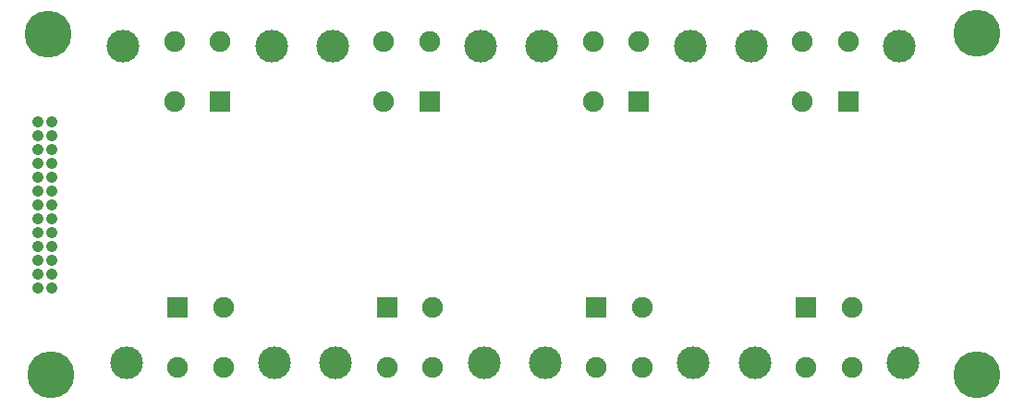
<source format=gbr>
%TF.GenerationSoftware,KiCad,Pcbnew,(6.0.6)*%
%TF.CreationDate,2022-07-02T11:07:41-07:00*%
%TF.ProjectId,PT Hub,50542048-7562-42e6-9b69-6361645f7063,v01*%
%TF.SameCoordinates,Original*%
%TF.FileFunction,Soldermask,Bot*%
%TF.FilePolarity,Negative*%
%FSLAX46Y46*%
G04 Gerber Fmt 4.6, Leading zero omitted, Abs format (unit mm)*
G04 Created by KiCad (PCBNEW (6.0.6)) date 2022-07-02 11:07:41*
%MOMM*%
%LPD*%
G01*
G04 APERTURE LIST*
%ADD10C,2.999999*%
%ADD11R,1.900000X1.900000*%
%ADD12C,1.900000*%
%ADD13C,4.300000*%
%ADD14C,1.066800*%
G04 APERTURE END LIST*
D10*
%TO.C,P6*%
X120725502Y-132600000D03*
X134325475Y-132600000D03*
D11*
X125425500Y-127560000D03*
D12*
X129625499Y-127560000D03*
X125425500Y-133059999D03*
X129625499Y-133059999D03*
%TD*%
D13*
%TO.C,H3*%
X75438000Y-133731000D03*
%TD*%
D14*
%TO.C,P1*%
X74295000Y-110490000D03*
X75565000Y-110490000D03*
X74295000Y-111760000D03*
X75565000Y-111760000D03*
X74295000Y-113030000D03*
X75565000Y-113030000D03*
X74295000Y-114300000D03*
X75565000Y-114300000D03*
X74295000Y-115570000D03*
X75565000Y-115570000D03*
X74295000Y-116840000D03*
X75565000Y-116840000D03*
X74295000Y-118110000D03*
X75565000Y-118110000D03*
X74295000Y-119380000D03*
X75565000Y-119380000D03*
X74295000Y-120650000D03*
X75565000Y-120650000D03*
X74295000Y-121920000D03*
X75565000Y-121920000D03*
X74295000Y-123190000D03*
X75565000Y-123190000D03*
X74295000Y-124460000D03*
X75565000Y-124460000D03*
X74295000Y-125730000D03*
X75565000Y-125730000D03*
%TD*%
D13*
%TO.C,H1*%
X160274000Y-133731000D03*
%TD*%
D10*
%TO.C,P3*%
X101548502Y-132600000D03*
X115148475Y-132600000D03*
D11*
X106248500Y-127560000D03*
D12*
X110448499Y-127560000D03*
X106248500Y-133059999D03*
X110448499Y-133059999D03*
%TD*%
D10*
%TO.C,P8*%
X153213498Y-103620000D03*
X139613525Y-103620000D03*
D11*
X148513500Y-108660000D03*
D12*
X144313501Y-108660000D03*
X148513500Y-103160001D03*
X144313501Y-103160001D03*
%TD*%
D10*
%TO.C,P2*%
X139953002Y-132600000D03*
X153552975Y-132600000D03*
D11*
X144653000Y-127560000D03*
D12*
X148852999Y-127560000D03*
X144653000Y-133059999D03*
X148852999Y-133059999D03*
%TD*%
D13*
%TO.C,H4*%
X160274000Y-102362000D03*
%TD*%
D10*
%TO.C,P5*%
X134036499Y-103620000D03*
X120436526Y-103620000D03*
D11*
X129336501Y-108660000D03*
D12*
X125136502Y-108660000D03*
X129336501Y-103160001D03*
X125136502Y-103160001D03*
%TD*%
D10*
%TO.C,P4*%
X95682493Y-103620006D03*
X82082520Y-103620006D03*
D11*
X90982495Y-108660006D03*
D12*
X86782496Y-108660006D03*
X90982495Y-103160007D03*
X86782496Y-103160007D03*
%TD*%
D10*
%TO.C,P7*%
X114859499Y-103620000D03*
X101259526Y-103620000D03*
D11*
X110159501Y-108660000D03*
D12*
X105959502Y-108660000D03*
X110159501Y-103160001D03*
X105959502Y-103160001D03*
%TD*%
D13*
%TO.C,H2*%
X75184000Y-102489000D03*
%TD*%
D10*
%TO.C,P9*%
X82371502Y-132600000D03*
X95971475Y-132600000D03*
D11*
X87071500Y-127560000D03*
D12*
X91271499Y-127560000D03*
X87071500Y-133059999D03*
X91271499Y-133059999D03*
%TD*%
M02*

</source>
